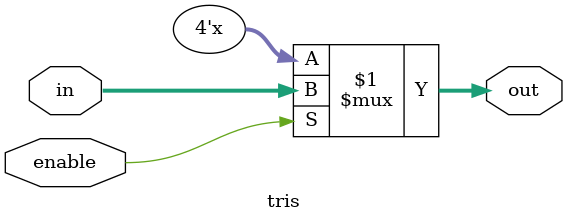
<source format=v>

module tris(input wire enable, input wire [3:0]in,
				 output wire [3:0]out);
  assign out = enable ? in:4'bz;
endmodule

</source>
